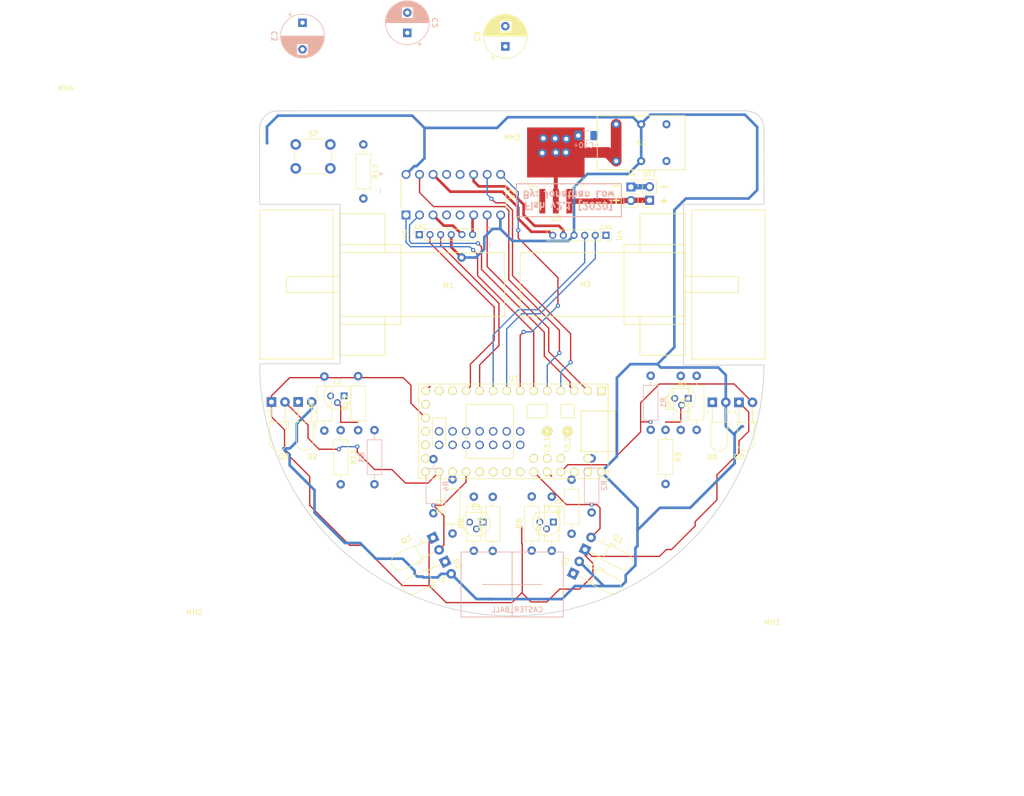
<source format=kicad_pcb>
(kicad_pcb (version 20171130) (host pcbnew "(5.0.2)-1")
  (layers (0 F.Cu signal) (31 B.Cu signal) (34 B.Paste user) (35 F.Paste user) (36 B.SilkS user) (37 F.SilkS user) (38 B.Mask user) (39 F.Mask user) (44 Edge.Cuts user))
  (net 0 "")
  (net 1 /vBatt)
  (net 2 /GND)
  (net 3 /3.3v)
  (net 4 /Reciever_0)
  (net 5 /Reciever_1)
  (net 6 /Reciever_2)
  (net 7 /Reciever_3)
  (net 8 /Emitter_0)
  (net 9 /Emitter_1)
  (net 10 /Emitter_3)
  (net 11 "Net-(U1-Pad18)")
  (net 12 "Net-(U1-Pad19)")
  (net 13 "Net-(U1-Pad15)")
  (net 14 /Emitter_2)
  (net 15 /M2_speed)
  (net 16 /M1_speed)
  (net 17 "Net-(U1-Pad31)")
  (net 18 "Net-(U1-Pad32)")
  (net 19 /5v)
  (net 20 "Net-(U1-Pad35)")
  (net 21 "Net-(U1-Pad36)")
  (net 22 "Net-(U1-Pad37)")
  (net 23 "Net-(U1-Pad38)")
  (net 24 "Net-(U1-Pad39)")
  (net 25 "Net-(U1-Pad40)")
  (net 26 "Net-(U1-Pad41)")
  (net 27 "Net-(U1-Pad42)")
  (net 28 "Net-(U1-Pad43)")
  (net 29 "Net-(U1-Pad44)")
  (net 30 "Net-(U1-Pad45)")
  (net 31 "Net-(U1-Pad46)")
  (net 32 "Net-(U1-Pad47)")
  (net 33 "Net-(U1-Pad48)")
  (net 34 "Net-(U1-Pad49)")
  (net 35 "Net-(U1-Pad50)")
  (net 36 "Net-(U1-Pad51)")
  (net 37 "Net-(U1-Pad52)")
  (net 38 /M1_forward)
  (net 39 /OUT1)
  (net 40 /OUT2)
  (net 41 /M1_backward)
  (net 42 /M2_forward)
  (net 43 /OUT3)
  (net 44 /OUT4)
  (net 45 /M2_backward)
  (net 46 /M2_encoder_B)
  (net 47 /M2_encoder_A)
  (net 48 /M1_encoder_A)
  (net 49 /M1_encoder_B)
  (net 50 /PUSH_SW)
  (net 51 "Net-(D0-Pad1)")
  (net 52 "Net-(D1-Pad1)")
  (net 53 "Net-(D2-Pad1)")
  (net 54 "Net-(D3-Pad1)")
  (net 55 "Net-(R5-Pad2)")
  (net 56 "Net-(R6-Pad2)")
  (net 57 "Net-(R7-Pad2)")
  (net 58 "Net-(R8-Pad2)")
  (net 59 "Net-(R13-Pad2)")
  (net 60 "Net-(R10-Pad1)")
  (net 61 "Net-(R11-Pad1)")
  (net 62 "Net-(R12-Pad1)")
  (net 63 "Net-(C10-Pad1)")
  (net 64 "Net-(U1-Pad25)")
  (net 65 "Net-(U1-Pad26)")
  (net 66 "Net-(U1-Pad13)")
  (net 67 "Net-(U1-Pad12)")
  (net 68 "Net-(U1-Pad20)")
  (net 69 /VUSB)
  (module Button_Switch_THT:SW_PUSH_6mm (layer F.Cu) (at 119.38 60.96)
    (fp_text reference S2 (at 3.25 -2) (layer F.SilkS))
    (fp_text value GPTS203211B)
    (pad 2 thru_hole circle (at 0 4.5 90) (size 2 2) (drill 1.1) (layers *.Cu *.Mask) (net 50 /PUSH_SW))
    (pad 1 thru_hole circle (at 0 0 90) (size 2 2) (drill 1.1) (layers *.Cu *.Mask) (net 2 /GND))
    (pad 2 thru_hole circle (at 6.5 4.5 90) (size 2 2) (drill 1.1) (layers *.Cu *.Mask) (net 50 /PUSH_SW))
    (pad 1 thru_hole circle (at 6.5 0 90) (size 2 2) (drill 1.1) (layers *.Cu *.Mask) (net 2 /GND))
  )
  (module Package_TO_SOT_SMD:TO-263-3_TabPin2 (layer F.Cu) (at 168.2369 65.84442 90)
    (fp_text reference U3 (at -9.01446 0.04572 180) (layer F.SilkS))
    (fp_text value LM1084-5.0)
    (pad 1 smd rect (at -5.775 -2.54 90) (size 4.6 1.1) (layers F.Cu F.Paste F.Mask) (net 2 /GND))
    (pad 2 smd rect (at -5.775 0 90) (size 4.6 1.1) (layers F.Cu F.Paste F.Mask) (net 63 "Net-(C10-Pad1)"))
    (pad 3 smd rect (at -5.775 2.54 90) (size 4.6 1.1) (layers F.Cu F.Paste F.Mask) (net 1 /vBatt))
    (pad 2 smd rect (at 3.375 0 90) (size 9.4 10.8) (layers F.Cu F.Mask) (net 63 "Net-(C10-Pad1)"))
  )
  (module Capacitor_THT:CP_Radial_D8.0mm_P3.80mm (layer B.Cu) (at 140.335 40.005 90)
    (fp_text reference C2 (at 1.9 5.25 90) (layer B.SilkS) (effects (justify mirror)))
    (fp_text value 0.1uF)
    (pad 2 thru_hole circle (at 3.8 0 90) (size 1.6 1.6) (drill 0.8) (layers *.Cu *.Mask) (net 2 /GND))
    (pad 1 thru_hole rect (at 0 0 90) (size 1.6 1.6) (drill 0.8) (layers *.Cu *.Mask) (net 19 /5v))
  )
  (module Capacitor_THT:CP_Radial_D8.0mm_P3.80mm (layer F.Cu) (at 158.75 42.545 90)
    (fp_text reference C9 (at 1.9 -5.25 90) (layer F.SilkS))
    (fp_text value 10uF)
    (pad 1 thru_hole rect (at 0 0 90) (size 1.6 1.6) (drill 0.8) (layers *.Cu *.Mask) (net 1 /vBatt))
    (pad 2 thru_hole circle (at 3.8 0 90) (size 1.6 1.6) (drill 0.8) (layers *.Cu *.Mask) (net 2 /GND))
  )
  (module Capacitor_THT:CP_Radial_D8.0mm_P5.00mm (layer B.Cu) (at 120.65 38.1 270)
    (fp_text reference C3 (at 2.5 5.25 270) (layer B.SilkS) (effects (justify mirror)))
    (fp_text value 1.0uF)
    (pad 1 thru_hole rect (at 0 0 270) (size 1.6 1.6) (drill 0.8) (layers *.Cu *.Mask) (net 19 /5v))
    (pad 2 thru_hole circle (at 5 0 270) (size 1.6 1.6) (drill 0.8) (layers *.Cu *.Mask) (net 2 /GND))
  )
  (module MountingHole:MountingHole_3.2mm_M3 (layer F.Cu) (at 76.2 54.61)
    (fp_text reference MH4 (at 0 -4.2) (layer F.SilkS))
    (fp_text value M3)
    (pad 1 np_thru_hole circle (at 0 0) (size 3.2 3.2) (drill 3.2) (layers *.Cu *.Mask))
  )
  (module Resistor_THT:R_Axial_DIN0207_L6.3mm_D2.5mm_P10.16mm_Horizontal (layer F.Cu) (at 127.82042 114.64798 270)
    (fp_text reference R11 (at 5.08 -2.37 270) (layer F.SilkS))
    (fp_text value 1k)
    (pad 1 thru_hole circle (at 0 0 270) (size 1.6 1.6) (drill 0.8) (layers *.Cu *.Mask) (net 61 "Net-(R11-Pad1)"))
    (pad 2 thru_hole oval (at 10.16 0 270) (size 1.6 1.6) (drill 0.8) (layers *.Cu *.Mask) (net 14 /Emitter_2))
  )
  (module Resistor_THT:R_Axial_DIN0207_L6.3mm_D2.5mm_P10.16mm_Horizontal (layer B.Cu) (at 145.2372 130.23596 90)
    (fp_text reference R4 (at 5.08 2.37 90) (layer B.SilkS) (effects (justify mirror)))
    (fp_text value R)
    (pad 2 thru_hole oval (at 10.16 0 90) (size 1.6 1.6) (drill 0.8) (layers *.Cu *.Mask) (net 7 /Reciever_3))
    (pad 1 thru_hole circle (at 0 0 90) (size 1.6 1.6) (drill 0.8) (layers *.Cu *.Mask) (net 2 /GND))
  )
  (module Resistor_THT:R_Axial_DIN0207_L6.3mm_D2.5mm_P10.16mm_Horizontal (layer B.Cu) (at 186.05754 114.56924 90)
    (fp_text reference R1 (at 5.08 2.37 90) (layer B.SilkS) (effects (justify mirror)))
    (fp_text value R)
    (pad 1 thru_hole circle (at 0 0 90) (size 1.6 1.6) (drill 0.8) (layers *.Cu *.Mask) (net 2 /GND))
    (pad 2 thru_hole oval (at 10.16 0 90) (size 1.6 1.6) (drill 0.8) (layers *.Cu *.Mask) (net 4 /Reciever_0))
  )
  (module Resistor_THT:R_Axial_DIN0207_L6.3mm_D2.5mm_P10.16mm_Horizontal (layer B.Cu) (at 134.17042 114.6302 270)
    (fp_text reference R3 (at 5.08 2.37 270) (layer B.SilkS) (effects (justify mirror)))
    (fp_text value R)
    (pad 2 thru_hole oval (at 10.16 0 270) (size 1.6 1.6) (drill 0.8) (layers *.Cu *.Mask) (net 6 /Reciever_2))
    (pad 1 thru_hole circle (at 0 0 270) (size 1.6 1.6) (drill 0.8) (layers *.Cu *.Mask) (net 2 /GND))
  )
  (module Resistor_THT:R_Axial_DIN0207_L6.3mm_D2.5mm_P10.16mm_Horizontal (layer F.Cu) (at 132.08 60.96 270)
    (fp_text reference R17 (at 5.08 -2.37 270) (layer F.SilkS))
    (fp_text value R_PULL_UP)
    (pad 1 thru_hole circle (at 0 0 270) (size 1.6 1.6) (drill 0.8) (layers *.Cu *.Mask) (net 50 /PUSH_SW))
    (pad 2 thru_hole oval (at 10.16 0 270) (size 1.6 1.6) (drill 0.8) (layers *.Cu *.Mask) (net 3 /3.3v))
  )
  (module Resistor_THT:R_Axial_DIN0207_L6.3mm_D2.5mm_P10.16mm_Horizontal (layer F.Cu) (at 156.39034 137.3251 90)
    (fp_text reference R16 (at 5.08 -2.37 90) (layer F.SilkS))
    (fp_text value 47k)
    (pad 2 thru_hole oval (at 10.16 0 90) (size 1.6 1.6) (drill 0.8) (layers *.Cu *.Mask) (net 62 "Net-(R12-Pad1)"))
    (pad 1 thru_hole circle (at 0 0 90) (size 1.6 1.6) (drill 0.8) (layers *.Cu *.Mask) (net 2 /GND))
  )
  (module Resistor_THT:R_Axial_DIN0207_L6.3mm_D2.5mm_P10.16mm_Horizontal (layer B.Cu) (at 174.96028 130.10134 90)
    (fp_text reference R2 (at 5.08 2.37 90) (layer B.SilkS) (effects (justify mirror)))
    (fp_text value R)
    (pad 1 thru_hole circle (at 0 0 90) (size 1.6 1.6) (drill 0.8) (layers *.Cu *.Mask) (net 2 /GND))
    (pad 2 thru_hole oval (at 10.16 0 90) (size 1.6 1.6) (drill 0.8) (layers *.Cu *.Mask) (net 5 /Reciever_1))
  )
  (module Resistor_THT:R_Axial_DIN0207_L6.3mm_D2.5mm_P10.16mm_Horizontal (layer F.Cu) (at 131.09956 114.64544 90)
    (fp_text reference R15 (at 5.08 -2.37 90) (layer F.SilkS))
    (fp_text value 47k)
    (pad 2 thru_hole oval (at 10.16 0 90) (size 1.6 1.6) (drill 0.8) (layers *.Cu *.Mask) (net 61 "Net-(R11-Pad1)"))
    (pad 1 thru_hole circle (at 0 0 90) (size 1.6 1.6) (drill 0.8) (layers *.Cu *.Mask) (net 2 /GND))
  )
  (module Resistor_THT:R_Axial_DIN0207_L6.3mm_D2.5mm_P10.16mm_Horizontal (layer F.Cu) (at 167.47744 137.29208 90)
    (fp_text reference R14 (at 5.08 -2.37 90) (layer F.SilkS))
    (fp_text value 47k)
    (pad 1 thru_hole circle (at 0 0 90) (size 1.6 1.6) (drill 0.8) (layers *.Cu *.Mask) (net 2 /GND))
    (pad 2 thru_hole oval (at 10.16 0 90) (size 1.6 1.6) (drill 0.8) (layers *.Cu *.Mask) (net 60 "Net-(R10-Pad1)"))
  )
  (module Resistor_THT:R_Axial_DIN0207_L6.3mm_D2.5mm_P10.16mm_Horizontal (layer F.Cu) (at 171.196 134.0866 90)
    (fp_text reference R10 (at 5.08 -2.37 90) (layer F.SilkS))
    (fp_text value 1k)
    (pad 2 thru_hole oval (at 10.16 0 90) (size 1.6 1.6) (drill 0.8) (layers *.Cu *.Mask) (net 9 /Emitter_1))
    (pad 1 thru_hole circle (at 0 0 90) (size 1.6 1.6) (drill 0.8) (layers *.Cu *.Mask) (net 60 "Net-(R10-Pad1)"))
  )
  (module Resistor_THT:R_Axial_DIN0207_L6.3mm_D2.5mm_P10.16mm_Horizontal (layer F.Cu) (at 188.84646 114.5794 270)
    (fp_text reference R9 (at 5.08 -2.37 270) (layer F.SilkS))
    (fp_text value 1k)
    (pad 1 thru_hole circle (at 0 0 270) (size 1.6 1.6) (drill 0.8) (layers *.Cu *.Mask) (net 59 "Net-(R13-Pad2)"))
    (pad 2 thru_hole oval (at 10.16 0 270) (size 1.6 1.6) (drill 0.8) (layers *.Cu *.Mask) (net 8 /Emitter_0))
  )
  (module Resistor_THT:R_Axial_DIN0207_L6.3mm_D2.5mm_P10.16mm_Horizontal (layer F.Cu) (at 152.83434 137.29208 90)
    (fp_text reference R8 (at 5.08 -2.37 90) (layer F.SilkS))
    (fp_text value 33)
    (pad 2 thru_hole oval (at 10.16 0 90) (size 1.6 1.6) (drill 0.8) (layers *.Cu *.Mask) (net 58 "Net-(R8-Pad2)"))
    (pad 1 thru_hole circle (at 0 0 90) (size 1.6 1.6) (drill 0.8) (layers *.Cu *.Mask) (net 54 "Net-(D3-Pad1)"))
  )
  (module Resistor_THT:R_Axial_DIN0207_L6.3mm_D2.5mm_P10.16mm_Horizontal (layer F.Cu) (at 124.75718 114.7191 90)
    (fp_text reference R7 (at 5.08 -2.37 90) (layer F.SilkS))
    (fp_text value 33)
    (pad 1 thru_hole circle (at 0 0 90) (size 1.6 1.6) (drill 0.8) (layers *.Cu *.Mask) (net 53 "Net-(D2-Pad1)"))
    (pad 2 thru_hole oval (at 10.16 0 90) (size 1.6 1.6) (drill 0.8) (layers *.Cu *.Mask) (net 57 "Net-(R7-Pad2)"))
  )
  (module Resistor_THT:R_Axial_DIN0207_L6.3mm_D2.5mm_P10.16mm_Horizontal (layer F.Cu) (at 163.71316 137.25652 90)
    (fp_text reference R6 (at 5.08 -2.37 90) (layer F.SilkS))
    (fp_text value 33)
    (pad 2 thru_hole oval (at 10.16 0 90) (size 1.6 1.6) (drill 0.8) (layers *.Cu *.Mask) (net 56 "Net-(R6-Pad2)"))
    (pad 1 thru_hole circle (at 0 0 90) (size 1.6 1.6) (drill 0.8) (layers *.Cu *.Mask) (net 52 "Net-(D1-Pad1)"))
  )
  (module Resistor_THT:R_Axial_DIN0207_L6.3mm_D2.5mm_P10.16mm_Horizontal (layer F.Cu) (at 194.68846 114.58448 90)
    (fp_text reference R5 (at 5.08 -2.37 90) (layer F.SilkS))
    (fp_text value 33)
    (pad 1 thru_hole circle (at 0 0 90) (size 1.6 1.6) (drill 0.8) (layers *.Cu *.Mask) (net 51 "Net-(D0-Pad1)"))
    (pad 2 thru_hole oval (at 10.16 0 90) (size 1.6 1.6) (drill 0.8) (layers *.Cu *.Mask) (net 55 "Net-(R5-Pad2)"))
  )
  (module Resistor_THT:R_Axial_DIN0207_L6.3mm_D2.5mm_P10.16mm_Horizontal (layer F.Cu) (at 191.69888 114.60226 90)
    (fp_text reference R13 (at 5.08 -2.37 90) (layer F.SilkS))
    (fp_text value 47k)
    (pad 2 thru_hole oval (at 10.16 0 90) (size 1.6 1.6) (drill 0.8) (layers *.Cu *.Mask) (net 59 "Net-(R13-Pad2)"))
    (pad 1 thru_hole circle (at 0 0 90) (size 1.6 1.6) (drill 0.8) (layers *.Cu *.Mask) (net 2 /GND))
  )
  (module Resistor_THT:R_Axial_DIN0207_L6.3mm_D2.5mm_P10.16mm_Horizontal (layer F.Cu) (at 148.8313 134.0485 90)
    (fp_text reference R12 (at 5.08 -2.37 90) (layer F.SilkS))
    (fp_text value 1k)
    (pad 1 thru_hole circle (at 0 0 90) (size 1.6 1.6) (drill 0.8) (layers *.Cu *.Mask) (net 62 "Net-(R12-Pad1)"))
    (pad 2 thru_hole oval (at 10.16 0 90) (size 1.6 1.6) (drill 0.8) (layers *.Cu *.Mask) (net 10 /Emitter_3))
  )
  (module LED_THT:LED_D3.0mm_Horizontal_O3.81mm_Z2.0mm (layer F.Cu) (at 114.820189 109.344845)
    (fp_text reference Q2 (at 2.324611 10.238355 180) (layer F.SilkS))
    (fp_text value Q_Photo_NPN)
    (pad 1 thru_hole rect (at 0 0) (size 1.8 1.8) (drill 0.9) (layers *.Cu *.Mask) (net 3 /3.3v))
    (pad 2 thru_hole circle (at 2.54 0) (size 1.8 1.8) (drill 0.9) (layers *.Cu *.Mask) (net 6 /Reciever_2))
  )
  (module LED_THT:LED_D3.0mm_Horizontal_O3.81mm_Z2.0mm (layer F.Cu) (at 197.6247 109.3978)
    (fp_text reference D0 (at -0.0127 10.3378 180) (layer F.SilkS))
    (fp_text value IRL81A)
    (pad 2 thru_hole circle (at 2.54 0) (size 1.8 1.8) (drill 0.9) (layers *.Cu *.Mask) (net 19 /5v))
    (pad 1 thru_hole rect (at 0 0) (size 1.8 1.8) (drill 0.9) (layers *.Cu *.Mask) (net 51 "Net-(D0-Pad1)"))
  )
  (module misc:Mouse_caster (layer B.Cu) (at 160.0327 143.6243)
    (fp_text reference M3 hide)
    (fp_text value CASTER_BALL (at 0.9525 4.7117) (layer B.SilkS) (effects (justify mirror)))
    (pad "" np_thru_hole circle (at 6.75 0) (size 2.1844 2.1844) (drill 2.1844) (layers *.Cu *.Mask))
    (pad "" np_thru_hole circle (at -6.75 0) (size 2.1844 2.1844) (drill 2.1844) (layers *.Cu *.Mask))
  )
  (module LED_THT:LED_D3.0mm_Horizontal_O3.81mm_Z2.0mm (layer F.Cu) (at 173.7233 137.0584 63.5)
    (fp_text reference Q1 (at 4.502036 4.674892 153.5) (layer F.SilkS))
    (fp_text value Q_Photo_NPN)
    (pad 2 thru_hole circle (at 2.54 0 63.5) (size 1.8 1.8) (drill 0.9) (layers *.Cu *.Mask) (net 5 /Reciever_1))
    (pad 1 thru_hole rect (at 0 0 63.5) (size 1.8 1.8) (drill 0.9) (layers *.Cu *.Mask) (net 3 /3.3v))
  )
  (module Connector_PinSocket_2.54mm:PinSocket_1x02_P2.54mm_Vertical (layer F.Cu) (at 185.84926 71.44512 180)
    (fp_text reference BT1 (at -0.04064 4.97586 180) (layer F.SilkS))
    (fp_text value Battery_Cell)
    (pad 1 thru_hole rect (at 0 0 180) (size 1.7 1.7) (drill 1) (layers *.Cu *.Mask) (net 1 /vBatt))
    (pad 2 thru_hole oval (at 0 2.54 180) (size 1.7 1.7) (drill 1) (layers *.Cu *.Mask) (net 2 /GND))
  )
  (module LED_THT:LED_D3.0mm_Horizontal_O3.81mm_Z2.0mm (layer F.Cu) (at 171.5008 141.5669 63.5)
    (fp_text reference D1 (at 1.479374 -2.355361 63.5) (layer F.SilkS))
    (fp_text value IRL81A)
    (pad 1 thru_hole rect (at 0 0 63.5) (size 1.8 1.8) (drill 0.9) (layers *.Cu *.Mask) (net 52 "Net-(D1-Pad1)"))
    (pad 2 thru_hole circle (at 2.54 0 63.5) (size 1.8 1.8) (drill 0.9) (layers *.Cu *.Mask) (net 19 /5v))
  )
  (module LED_THT:LED_D3.0mm_Horizontal_O3.81mm_Z2.0mm (layer F.Cu) (at 119.8372 109.3343)
    (fp_text reference D2 (at 2.6924 10.2489 180) (layer F.SilkS))
    (fp_text value IRL81A)
    (pad 2 thru_hole circle (at 2.54 0) (size 1.8 1.8) (drill 0.9) (layers *.Cu *.Mask) (net 19 /5v))
    (pad 1 thru_hole rect (at 0 0) (size 1.8 1.8) (drill 0.9) (layers *.Cu *.Mask) (net 53 "Net-(D2-Pad1)"))
  )
  (module LED_THT:LED_D3.0mm_Horizontal_O3.81mm_Z2.0mm (layer F.Cu) (at 147.447 139.3444 296.5)
    (fp_text reference D3 (at 1.372312 -1.89855 296.5) (layer F.SilkS))
    (fp_text value IRL81A)
    (pad 1 thru_hole rect (at 0 0 296.5) (size 1.8 1.8) (drill 0.9) (layers *.Cu *.Mask) (net 54 "Net-(D3-Pad1)"))
    (pad 2 thru_hole circle (at 2.54 0 296.5) (size 1.8 1.8) (drill 0.9) (layers *.Cu *.Mask) (net 19 /5v))
  )
  (module LED_THT:LED_D3.0mm_Horizontal_O3.81mm_Z2.0mm (layer F.Cu) (at 202.637877 109.413445)
    (fp_text reference Q0 (at 0.003323 10.220555 180) (layer F.SilkS))
    (fp_text value Q_Photo_NPN)
    (pad 1 thru_hole rect (at 0 0) (size 1.8 1.8) (drill 0.9) (layers *.Cu *.Mask) (net 3 /3.3v))
    (pad 2 thru_hole circle (at 2.54 0) (size 1.8 1.8) (drill 0.9) (layers *.Cu *.Mask) (net 4 /Reciever_0))
  )
  (module LED_THT:LED_D3.0mm_Horizontal_O3.81mm_Z2.0mm (layer F.Cu) (at 145.170658 134.848767 296.5)
    (fp_text reference Q3 (at -1.916645 4.635083 26.5) (layer F.SilkS))
    (fp_text value Q_Photo_NPN)
    (pad 2 thru_hole circle (at 2.54 0 296.5) (size 1.8 1.8) (drill 0.9) (layers *.Cu *.Mask) (net 7 /Reciever_3))
    (pad 1 thru_hole rect (at 0 0 296.5) (size 1.8 1.8) (drill 0.9) (layers *.Cu *.Mask) (net 3 /3.3v))
  )
  (module teensy:Teensy30_31_32_LC (layer F.Cu) (at 160.274 114.8588 180)
    (fp_text reference U1 (at -0.08128 9.97966 180) (layer F.SilkS))
    (fp_text value Teensy3.2)
    (fp_text user T3.2 (at -10.16 -2.54 270) (layer F.SilkS))
    (fp_text user T3.1 (at -6.35 -2.54 270) (layer F.SilkS))
    (pad 17 thru_hole circle (at 16.51 0 180) (size 1.6 1.6) (drill 1.1) (layers *.Cu *.Mask F.SilkS) (net 2 /GND))
    (pad 18 thru_hole circle (at 16.51 -2.54 180) (size 1.6 1.6) (drill 1.1) (layers *.Cu *.Mask F.SilkS) (net 11 "Net-(U1-Pad18)"))
    (pad 19 thru_hole circle (at 16.51 -5.08 180) (size 1.6 1.6) (drill 1.1) (layers *.Cu *.Mask F.SilkS) (net 12 "Net-(U1-Pad19)"))
    (pad 20 thru_hole circle (at 16.51 -7.62 180) (size 1.6 1.6) (drill 1.1) (layers *.Cu *.Mask F.SilkS) (net 68 "Net-(U1-Pad20)"))
    (pad 16 thru_hole circle (at 16.51 2.54 180) (size 1.6 1.6) (drill 1.1) (layers *.Cu *.Mask F.SilkS) (net 3 /3.3v))
    (pad 15 thru_hole circle (at 16.51 5.08 180) (size 1.6 1.6) (drill 1.1) (layers *.Cu *.Mask F.SilkS) (net 13 "Net-(U1-Pad15)"))
    (pad 14 thru_hole circle (at 16.51 7.62 180) (size 1.6 1.6) (drill 1.1) (layers *.Cu *.Mask F.SilkS) (net 50 /PUSH_SW))
    (pad 21 thru_hole circle (at 13.97 -7.62 180) (size 1.6 1.6) (drill 1.1) (layers *.Cu *.Mask F.SilkS) (net 6 /Reciever_2))
    (pad 22 thru_hole circle (at 11.43 -7.62 180) (size 1.6 1.6) (drill 1.1) (layers *.Cu *.Mask F.SilkS) (net 14 /Emitter_2))
    (pad 23 thru_hole circle (at 8.89 -7.62 180) (size 1.6 1.6) (drill 1.1) (layers *.Cu *.Mask F.SilkS) (net 7 /Reciever_3))
    (pad 24 thru_hole circle (at 6.35 -7.62 180) (size 1.6 1.6) (drill 1.1) (layers *.Cu *.Mask F.SilkS) (net 10 /Emitter_3))
    (pad 25 thru_hole circle (at 3.81 -7.62 180) (size 1.6 1.6) (drill 1.1) (layers *.Cu *.Mask F.SilkS) (net 64 "Net-(U1-Pad25)"))
    (pad 26 thru_hole circle (at 1.27 -7.62 180) (size 1.6 1.6) (drill 1.1) (layers *.Cu *.Mask F.SilkS) (net 65 "Net-(U1-Pad26)"))
    (pad 27 thru_hole circle (at -1.27 -7.62 180) (size 1.6 1.6) (drill 1.1) (layers *.Cu *.Mask F.SilkS) (net 9 /Emitter_1))
    (pad 28 thru_hole circle (at -3.81 -7.62 180) (size 1.6 1.6) (drill 1.1) (layers *.Cu *.Mask F.SilkS) (net 5 /Reciever_1))
    (pad 29 thru_hole circle (at -6.35 -7.62 180) (size 1.6 1.6) (drill 1.1) (layers *.Cu *.Mask F.SilkS) (net 8 /Emitter_0))
    (pad 30 thru_hole circle (at -8.89 -7.62 180) (size 1.6 1.6) (drill 1.1) (layers *.Cu *.Mask F.SilkS) (net 4 /Reciever_0))
    (pad 31 thru_hole circle (at -11.43 -7.62 180) (size 1.6 1.6) (drill 1.1) (layers *.Cu *.Mask F.SilkS) (net 17 "Net-(U1-Pad31)"))
    (pad 32 thru_hole circle (at -13.97 -7.62 180) (size 1.6 1.6) (drill 1.1) (layers *.Cu *.Mask F.SilkS) (net 18 "Net-(U1-Pad32)"))
    (pad 33 thru_hole circle (at -16.51 -7.62 180) (size 1.6 1.6) (drill 1.1) (layers *.Cu *.Mask F.SilkS) (net 19 /5v))
    (pad 34 thru_hole circle (at -13.97 -5.08 180) (size 1.6 1.6) (drill 1.1) (layers *.Cu *.Mask F.SilkS) (net 69 /VUSB))
    (pad 35 thru_hole circle (at -8.89 -5.08 180) (size 1.6 1.6) (drill 1.1) (layers *.Cu *.Mask F.SilkS) (net 20 "Net-(U1-Pad35)"))
    (pad 36 thru_hole circle (at -6.35 -5.08 180) (size 1.6 1.6) (drill 1.1) (layers *.Cu *.Mask F.SilkS) (net 21 "Net-(U1-Pad36)"))
    (pad 37 thru_hole circle (at -3.81 -5.08 180) (size 1.6 1.6) (drill 1.1) (layers *.Cu *.Mask F.SilkS) (net 22 "Net-(U1-Pad37)"))
    (pad 13 thru_hole circle (at 13.97 7.62 180) (size 1.6 1.6) (drill 1.1) (layers *.Cu *.Mask F.SilkS) (net 66 "Net-(U1-Pad13)"))
    (pad 12 thru_hole circle (at 11.43 7.62 180) (size 1.6 1.6) (drill 1.1) (layers *.Cu *.Mask F.SilkS) (net 67 "Net-(U1-Pad12)"))
    (pad 11 thru_hole circle (at 8.89 7.62 180) (size 1.6 1.6) (drill 1.1) (layers *.Cu *.Mask F.SilkS) (net 49 /M1_encoder_B))
    (pad 10 thru_hole circle (at 6.35 7.62 180) (size 1.6 1.6) (drill 1.1) (layers *.Cu *.Mask F.SilkS) (net 48 /M1_encoder_A))
    (pad 9 thru_hole circle (at 3.81 7.62 180) (size 1.6 1.6) (drill 1.1) (layers *.Cu *.Mask F.SilkS) (net 47 /M2_encoder_A))
    (pad 8 thru_hole circle (at 1.27 7.62 180) (size 1.6 1.6) (drill 1.1) (layers *.Cu *.Mask F.SilkS) (net 46 /M2_encoder_B))
    (pad 7 thru_hole circle (at -1.27 7.62 180) (size 1.6 1.6) (drill 1.1) (layers *.Cu *.Mask F.SilkS) (net 15 /M2_speed))
    (pad 6 thru_hole circle (at -3.81 7.62 180) (size 1.6 1.6) (drill 1.1) (layers *.Cu *.Mask F.SilkS) (net 16 /M1_speed))
    (pad 5 thru_hole circle (at -6.35 7.62 180) (size 1.6 1.6) (drill 1.1) (layers *.Cu *.Mask F.SilkS) (net 45 /M2_backward))
    (pad 4 thru_hole circle (at -8.89 7.62 180) (size 1.6 1.6) (drill 1.1) (layers *.Cu *.Mask F.SilkS) (net 42 /M2_forward))
    (pad 3 thru_hole circle (at -11.43 7.62 180) (size 1.6 1.6) (drill 1.1) (layers *.Cu *.Mask F.SilkS) (net 38 /M1_forward))
    (pad 2 thru_hole circle (at -13.97 7.62 180) (size 1.6 1.6) (drill 1.1) (layers *.Cu *.Mask F.SilkS) (net 41 /M1_backward))
    (pad 1 thru_hole rect (at -16.51 7.62 180) (size 1.6 1.6) (drill 1.1) (layers *.Cu *.Mask F.SilkS) (net 2 /GND))
    (pad 38 thru_hole circle (at -1.27 0 180) (size 1.6 1.6) (drill 1.1) (layers *.Cu *.Mask) (net 23 "Net-(U1-Pad38)"))
    (pad 39 thru_hole circle (at 1.27 0 180) (size 1.6 1.6) (drill 1.1) (layers *.Cu *.Mask) (net 24 "Net-(U1-Pad39)"))
    (pad 40 thru_hole circle (at 3.81 0 180) (size 1.6 1.6) (drill 1.1) (layers *.Cu *.Mask) (net 25 "Net-(U1-Pad40)"))
    (pad 41 thru_hole circle (at 6.35 0 180) (size 1.6 1.6) (drill 1.1) (layers *.Cu *.Mask) (net 26 "Net-(U1-Pad41)"))
    (pad 42 thru_hole circle (at 8.89 0 180) (size 1.6 1.6) (drill 1.1) (layers *.Cu *.Mask) (net 27 "Net-(U1-Pad42)"))
    (pad 43 thru_hole circle (at 11.43 0 180) (size 1.6 1.6) (drill 1.1) (layers *.Cu *.Mask) (net 28 "Net-(U1-Pad43)"))
    (pad 44 thru_hole circle (at 13.97 0 180) (size 1.6 1.6) (drill 1.1) (layers *.Cu *.Mask) (net 29 "Net-(U1-Pad44)"))
    (pad 45 thru_hole circle (at 13.97 -2.54 180) (size 1.6 1.6) (drill 1.1) (layers *.Cu *.Mask) (net 30 "Net-(U1-Pad45)"))
    (pad 46 thru_hole circle (at 11.43 -2.54 180) (size 1.6 1.6) (drill 1.1) (layers *.Cu *.Mask) (net 31 "Net-(U1-Pad46)"))
    (pad 47 thru_hole circle (at 8.89 -2.54 180) (size 1.6 1.6) (drill 1.1) (layers *.Cu *.Mask) (net 32 "Net-(U1-Pad47)"))
    (pad 48 thru_hole circle (at 6.35 -2.54 180) (size 1.6 1.6) (drill 1.1) (layers *.Cu *.Mask) (net 33 "Net-(U1-Pad48)"))
    (pad 49 thru_hole circle (at 3.81 -2.54 180) (size 1.6 1.6) (drill 1.1) (layers *.Cu *.Mask) (net 34 "Net-(U1-Pad49)"))
    (pad 50 thru_hole circle (at 1.27 -2.54 180) (size 1.6 1.6) (drill 1.1) (layers *.Cu *.Mask) (net 35 "Net-(U1-Pad50)"))
    (pad 51 thru_hole circle (at -1.27 -2.54 180) (size 1.6 1.6) (drill 1.1) (layers *.Cu *.Mask) (net 36 "Net-(U1-Pad51)"))
    (pad 52 thru_hole circle (at -6.35 0 180) (size 1.9 1.9) (drill 0.5) (layers *.Cu *.Mask F.SilkS) (net 37 "Net-(U1-Pad52)"))
    (pad 52 thru_hole circle (at -10.16 0 180) (size 1.9 1.9) (drill 0.5) (layers *.Cu *.Mask F.SilkS) (net 37 "Net-(U1-Pad52)"))
  )
  (module SN754410NE.kicad_mod:DIP254P762X508-16 (layer F.Cu) (at 157.87878 66.59372 90)
    (fp_text reference U2 (at -3.74396 2.10566 90) (layer F.SilkS))
    (fp_text value SN754410NE hide)
    (pad 1 thru_hole rect (at -7.62 -17.78 90) (size 1.6764 1.6764) (drill 1.1176) (layers *.Cu *.Mask) (net 16 /M1_speed))
    (pad 2 thru_hole circle (at -7.62 -15.24 90) (size 1.6764 1.6764) (drill 1.1176) (layers *.Cu *.Mask) (net 38 /M1_forward))
    (pad 3 thru_hole circle (at -7.62 -12.7 90) (size 1.6764 1.6764) (drill 1.1176) (layers *.Cu *.Mask) (net 39 /OUT1))
    (pad 4 thru_hole circle (at -7.62 -10.16 90) (size 1.6764 1.6764) (drill 1.1176) (layers *.Cu *.Mask) (net 2 /GND))
    (pad 5 thru_hole circle (at -7.62 -7.62 90) (size 1.6764 1.6764) (drill 1.1176) (layers *.Cu *.Mask) (net 2 /GND))
    (pad 6 thru_hole circle (at -7.62 -5.08 90) (size 1.6764 1.6764) (drill 1.1176) (layers *.Cu *.Mask) (net 40 /OUT2))
    (pad 7 thru_hole circle (at -7.62 -2.54 90) (size 1.6764 1.6764) (drill 1.1176) (layers *.Cu *.Mask) (net 41 /M1_backward))
    (pad 8 thru_hole circle (at -7.62 0 90) (size 1.6764 1.6764) (drill 1.1176) (layers *.Cu *.Mask) (net 19 /5v))
    (pad 9 thru_hole circle (at 0 0 90) (size 1.6764 1.6764) (drill 1.1176) (layers *.Cu *.Mask) (net 15 /M2_speed))
    (pad 10 thru_hole circle (at 0 -2.54 90) (size 1.6764 1.6764) (drill 1.1176) (layers *.Cu *.Mask) (net 42 /M2_forward))
    (pad 11 thru_hole circle (at 0 -5.08 90) (size 1.6764 1.6764) (drill 1.1176) (layers *.Cu *.Mask) (net 43 /OUT3))
    (pad 12 thru_hole circle (at 0 -7.62 90) (size 1.6764 1.6764) (drill 1.1176) (layers *.Cu *.Mask) (net 2 /GND))
    (pad 13 thru_hole circle (at 0 -10.16 90) (size 1.6764 1.6764) (drill 1.1176) (layers *.Cu *.Mask) (net 2 /GND))
    (pad 14 thru_hole circle (at 0 -12.7 90) (size 1.6764 1.6764) (drill 1.1176) (layers *.Cu *.Mask) (net 44 /OUT4))
    (pad 15 thru_hole circle (at 0 -15.24 90) (size 1.6764 1.6764) (drill 1.1176) (layers *.Cu *.Mask) (net 45 /M2_backward))
    (pad 16 thru_hole circle (at 0 -17.78 90) (size 1.6764 1.6764) (drill 1.1176) (layers *.Cu *.Mask) (net 19 /5v))
  )
  (module misc:Motor_mouse (layer F.Cu) (at 158.623 87.2744)
    (fp_text reference M1 (at -10.5537 0.18796) (layer F.SilkS))
    (fp_text value Motor_DC)
    (pad "" np_thru_hole circle (at -26.75 9) (size 2.1844 2.1844) (drill 2.1844) (layers *.Cu *.Mask))
    (pad "" np_thru_hole circle (at -26.75 -9) (size 2.1844 2.1844) (drill 2.1844) (layers *.Cu *.Mask))
  )
  (module misc:Motor_mouse (layer F.Cu) (at 161.544 87.2744 180)
    (fp_text reference M2 (at -12.2809 0.04064 180) (layer F.SilkS))
    (fp_text value Motor_DC)
    (pad "" np_thru_hole circle (at -26.75 9 180) (size 2.1844 2.1844) (drill 2.1844) (layers *.Cu *.Mask))
    (pad "" np_thru_hole circle (at -26.75 -9 180) (size 2.1844 2.1844) (drill 2.1844) (layers *.Cu *.Mask))
  )
  (module "misc:TN0104(TO-92)" (layer F.Cu) (at 193.11366 108.66628 180)
    (fp_text reference T0 (at 1.23952 2.68224 180) (layer F.SilkS))
    (fp_text value Q_NMOS_DGS)
    (pad 3 thru_hole rect (at 0 0 270) (size 1.3 1.3) (drill 0.75) (layers *.Cu *.Mask) (net 2 /GND))
    (pad 1 thru_hole circle (at 2.54 0 270) (size 1.3 1.3) (drill 0.75) (layers *.Cu *.Mask) (net 55 "Net-(R5-Pad2)"))
    (pad 2 thru_hole circle (at 1.27 -1.27 270) (size 1.3 1.3) (drill 0.75) (layers *.Cu *.Mask) (net 59 "Net-(R13-Pad2)"))
  )
  (module "misc:TN0104(TO-92)" (layer F.Cu) (at 167.77462 131.89712 180)
    (fp_text reference T1 (at 1.1938 2.68224 180) (layer F.SilkS))
    (fp_text value Q_NMOS_DGS)
    (pad 2 thru_hole circle (at 1.27 -1.27 270) (size 1.3 1.3) (drill 0.75) (layers *.Cu *.Mask) (net 60 "Net-(R10-Pad1)"))
    (pad 1 thru_hole circle (at 2.54 0 270) (size 1.3 1.3) (drill 0.75) (layers *.Cu *.Mask) (net 56 "Net-(R6-Pad2)"))
    (pad 3 thru_hole rect (at 0 0 270) (size 1.3 1.3) (drill 0.75) (layers *.Cu *.Mask) (net 2 /GND))
  )
  (module "misc:TN0104(TO-92)" (layer F.Cu) (at 128.47574 108.19638 180)
    (fp_text reference T2 (at 1.37414 2.65684 180) (layer F.SilkS))
    (fp_text value Q_NMOS_DGS)
    (pad 2 thru_hole circle (at 1.27 -1.27 270) (size 1.3 1.3) (drill 0.75) (layers *.Cu *.Mask) (net 61 "Net-(R11-Pad1)"))
    (pad 1 thru_hole circle (at 2.54 0 270) (size 1.3 1.3) (drill 0.75) (layers *.Cu *.Mask) (net 57 "Net-(R7-Pad2)"))
    (pad 3 thru_hole rect (at 0 0 270) (size 1.3 1.3) (drill 0.75) (layers *.Cu *.Mask) (net 2 /GND))
  )
  (module "misc:TN0104(TO-92)" (layer F.Cu) (at 154.5844 131.90982 180)
    (fp_text reference T3 (at 1.37922 2.78638 180) (layer F.SilkS))
    (fp_text value Q_NMOS_DGS)
    (pad 3 thru_hole rect (at 0 0 270) (size 1.3 1.3) (drill 0.75) (layers *.Cu *.Mask) (net 2 /GND))
    (pad 1 thru_hole circle (at 2.54 0 270) (size 1.3 1.3) (drill 0.75) (layers *.Cu *.Mask) (net 58 "Net-(R8-Pad2)"))
    (pad 2 thru_hole circle (at 1.27 -1.27 270) (size 1.3 1.3) (drill 0.75) (layers *.Cu *.Mask) (net 62 "Net-(R12-Pad1)"))
  )
  (module Connector_PinSocket_2.54mm:PinSocket_1x02_P2.54mm_Vertical (layer F.Cu) (at 182.34406 68.95592)
    (fp_text reference J4 (at 0.01524 -2.5019 180) (layer F.SilkS))
    (fp_text value I2C_Conn)
    (pad 1 thru_hole rect (at 0 0) (size 1.7 1.7) (drill 1) (layers *.Cu *.Mask) (net 2 /GND))
    (pad 2 thru_hole oval (at 0 2.54) (size 1.7 1.7) (drill 1) (layers *.Cu *.Mask) (net 1 /vBatt))
  )
  (module Connector_PinSocket_2.00mm:PinSocket_1x06_P2.00mm_Vertical (layer F.Cu) (at 177.65524 78.03896 270)
    (fp_text reference U4 (at 0 -2.5 270) (layer F.SilkS))
    (fp_text value Encoder_3081)
    (pad 6 thru_hole oval (at 0 10 270) (size 1.35 1.35) (drill 0.8) (layers *.Cu *.Mask) (net 44 /OUT4))
    (pad 5 thru_hole oval (at 0 8 270) (size 1.35 1.35) (drill 0.8) (layers *.Cu *.Mask) (net 43 /OUT3))
    (pad 4 thru_hole oval (at 0 6 270) (size 1.35 1.35) (drill 0.8) (layers *.Cu *.Mask) (net 19 /5v))
    (pad 3 thru_hole oval (at 0 4 270) (size 1.35 1.35) (drill 0.8) (layers *.Cu *.Mask) (net 47 /M2_encoder_A))
    (pad 2 thru_hole oval (at 0 2 270) (size 1.35 1.35) (drill 0.8) (layers *.Cu *.Mask) (net 46 /M2_encoder_B))
    (pad 1 thru_hole rect (at 0 0 270) (size 1.35 1.35) (drill 0.8) (layers *.Cu *.Mask) (net 2 /GND))
  )
  (module Connector_PinSocket_2.00mm:PinSocket_1x06_P2.00mm_Vertical (layer F.Cu) (at 142.5956 77.9018 90)
    (fp_text reference U5 (at 0 -2.5 90) (layer F.SilkS))
    (fp_text value Encoder_3081)
    (pad 1 thru_hole rect (at 0 0 90) (size 1.35 1.35) (drill 0.8) (layers *.Cu *.Mask) (net 2 /GND))
    (pad 2 thru_hole oval (at 0 2 90) (size 1.35 1.35) (drill 0.8) (layers *.Cu *.Mask) (net 49 /M1_encoder_B))
    (pad 3 thru_hole oval (at 0 4 90) (size 1.35 1.35) (drill 0.8) (layers *.Cu *.Mask) (net 48 /M1_encoder_A))
    (pad 4 thru_hole oval (at 0 6 90) (size 1.35 1.35) (drill 0.8) (layers *.Cu *.Mask) (net 19 /5v))
    (pad 5 thru_hole oval (at 0 8 90) (size 1.35 1.35) (drill 0.8) (layers *.Cu *.Mask) (net 39 /OUT1))
    (pad 6 thru_hole oval (at 0 10 90) (size 1.35 1.35) (drill 0.8) (layers *.Cu *.Mask) (net 40 /OUT2))
  )
  (module Capacitor_SMD:C_1206_3216Metric_Pad1.42x1.75mm_HandSolder (layer B.Cu) (at 173.9392 59.30138)
    (fp_text reference C10 (at 0 1.82) (layer B.SilkS) (effects (justify mirror)))
    (fp_text value "10uF(Tantalum)")
    (pad 1 smd roundrect (at -1.4875 0) (size 1.425 1.75) (layers B.Cu B.Paste B.Mask) (roundrect_rratio 0.175439) (net 63 "Net-(C10-Pad1)"))
    (pad 2 smd roundrect (at 1.4875 0) (size 1.425 1.75) (layers B.Cu B.Paste B.Mask) (roundrect_rratio 0.175439) (net 2 /GND))
  )
  (module MountingHole:MountingHole_3.2mm_M3 (layer F.Cu) (at 208.915 154.94)
    (fp_text reference MH1 (at 0 -4.2) (layer F.SilkS))
    (fp_text value M3)
    (pad 1 np_thru_hole circle (at 0 0) (size 3.2 3.2) (drill 3.2) (layers *.Cu *.Mask))
  )
  (module MountingHole:MountingHole_3.2mm_M3 (layer F.Cu) (at 100.33 153.035)
    (fp_text reference MH2 (at 0 -4.2) (layer F.SilkS))
    (fp_text value M3)
    (pad 1 np_thru_hole circle (at 0 0) (size 3.2 3.2) (drill 3.2) (layers *.Cu *.Mask))
  )
  (module MountingHole:MountingHole_3.2mm_M3 (layer F.Cu) (at 159.5501 62.0649)
    (fp_text reference MH3 (at 0.46736 -2.43332) (layer F.SilkS))
    (fp_text value M3)
    (pad 1 np_thru_hole circle (at 0 0) (size 3.2 3.2) (drill 3.2) (layers *.Cu *.Mask))
  )
  (module misc:PW_SLIDE_SW (layer F.Cu) (at 184.27192 60.6298 180)
    (fp_text reference S1 (at 0 -0.06604 180) (layer F.SilkS))
    (fp_text value EG1218)
    (pad 2 thru_hole circle (at 0 3.455 180) (size 1.524 1.524) (drill 0.762) (layers *.Cu *.Mask) (net 19 /5v))
    (pad 1 thru_hole circle (at 4.7 3.455 180) (size 1.524 1.524) (drill 0.762) (layers *.Cu *.Mask) (net 63 "Net-(C10-Pad1)"))
    (pad 3 thru_hole circle (at -4.75 3.455 180) (size 1.524 1.524) (drill 0.762) (layers *.Cu *.Mask) (net 69 /VUSB))
    (pad 1 thru_hole circle (at 4.7 -3.455 180) (size 1.524 1.524) (drill 0.762) (layers *.Cu *.Mask) (net 63 "Net-(C10-Pad1)"))
    (pad 2 thru_hole circle (at 0 -3.455 180) (size 1.524 1.524) (drill 0.762) (layers *.Cu *.Mask) (net 19 /5v))
    (pad 3 thru_hole circle (at -4.75 -3.455 180) (size 1.524 1.524) (drill 0.762) (layers *.Cu *.Mask) (net 69 /VUSB))
  )
  (gr_line (start 160.84296 74.53376) (end 160.83788 68.4022) (layer B.SilkS) (width 0.2))
  (gr_line (start 180.5432 74.53376) (end 160.84296 74.53376) (layer B.SilkS) (width 0.2))
  (gr_line (start 180.5432 68.3387) (end 180.5432 74.53376) (layer B.SilkS) (width 0.2))
  (gr_line (start 160.82264 68.3514) (end 180.5432 68.3387) (layer B.SilkS) (width 0.2))
  (gr_text - (at 188.5696 68.81114) (layer F.SilkS) (effects (font (size 1.5 1.5) (thickness 0.3))))
  (gr_text + (at 188.5188 71.48576) (layer F.SilkS) (effects (font (size 1.5 1.5) (thickness 0.3))))
  (gr_text - (at 179.53736 68.69938) (layer F.SilkS) (effects (font (size 1.5 1.5) (thickness 0.3))))
  (gr_text + (at 179.58308 71.35622) (layer F.SilkS) (effects (font (size 1.5 1.5) (thickness 0.3))))
  (gr_text + (at 172.03166 61.19368 180) (layer B.SilkS) (effects (font (size 1 1) (thickness 0.1))))
  (gr_text - (at 175.9331 61.14034 180) (layer B.SilkS) (effects (font (size 1 1) (thickness 0.1))))
  (gr_text + (at 155.62834 76.63434 90) (layer B.SilkS) (effects (font (size 1 1) (thickness 0.1))))
  (gr_text - (at 155.71724 79.8957 90) (layer B.SilkS) (effects (font (size 1 1) (thickness 0.1))))
  (gr_text - (at 135.37946 69.71792 270) (layer B.SilkS) (effects (font (size 1 1) (thickness 0.1))))
  (gr_text + (at 135.37946 66.4083) (layer B.SilkS) (effects (font (size 1 1) (thickness 0.1))))
  (gr_text - (at 177.23104 68.31076 90) (layer F.SilkS) (effects (font (size 1 1) (thickness 0.1))))
  (gr_text + (at 177.3809 71.7677) (layer F.SilkS) (effects (font (size 1 1) (thickness 0.1))))
  (gr_text GND (at 177.72888 76.51496) (layer F.SilkS) (effects (font (size 0.75 0.75) (thickness 0.1))))
  (gr_text GND (at 142.8115 76.36256) (layer F.SilkS) (effects (font (size 0.75 0.75) (thickness 0.1))))
  (gr_arc (start 115.958619 58.023759) (end 115.92052 54.65318) (angle -89.35237371) (layer Edge.Cuts) (width 0.15))
  (gr_arc (start 203.977241 58.018679) (end 207.34782 57.98058) (angle -89.35237371) (layer Edge.Cuts) (width 0.15))
  (gr_line (start 112.5982 72.2122) (end 112.58804 58.03646) (layer Edge.Cuts) (width 0.15))
  (gr_line (start 207.3402 72.2122) (end 207.35036 57.94502) (layer Edge.Cuts) (width 0.15))
  (gr_line (start 112.5982 72.2122) (end 127.7112 72.2122) (layer Edge.Cuts) (width 0.15))
  (gr_line (start 192.2272 72.2122) (end 207.3402 72.2122) (layer Edge.Cuts) (width 0.15))
  (gr_line (start 207.3402 102.4128) (end 192.2272 102.4128) (layer Edge.Cuts) (width 0.15))
  (gr_line (start 112.5982 102.1588) (end 127.7112 102.1588) (layer Edge.Cuts) (width 0.15))
  (gr_text - (at 196.7484 111.125) (layer F.SilkS) (effects (font (size 1 1) (thickness 0.1))))
  (gr_text + (at 123.0884 111.0742) (layer F.SilkS) (effects (font (size 1 1) (thickness 0.1))))
  (gr_text "Fish v2.1 [2020]\nBy: Jonathan Low" (at 170.65244 71.41972 180) (layer B.SilkS) (effects (font (size 1.3 1.3) (thickness 0.3)) (justify mirror)))
  (gr_arc (start 159.9692 102.1588) (end 112.5982 102.1588) (angle -179.6927874) (layer Edge.Cuts) (width 0.15))
  (gr_text - (at 119.2022 111.0488) (layer F.SilkS) (effects (font (size 1 1) (thickness 0.1))))
  (gr_text + (at 200.7362 111.1758) (layer F.SilkS) (effects (font (size 1 1) (thickness 0.1))))
  (gr_text - (at 205.8162 111.1758) (layer F.SilkS) (effects (font (size 1 1) (thickness 0.1))))
  (gr_text + (at 201.8792 111.1758) (layer F.SilkS) (effects (font (size 1 1) (thickness 0.1))))
  (gr_text + (at 147.1422 143.0274 296.5) (layer F.SilkS) (effects (font (size 1 1) (thickness 0.1))))
  (gr_text - (at 145.3388 139.6492 296.5) (layer F.SilkS) (effects (font (size 1 1) (thickness 0.1))))
  (gr_text + (at 175.133 139.8016 63.5) (layer F.SilkS) (effects (font (size 1 1) (thickness 0.1))))
  (gr_text - (at 173.4312 143.2814 63.5) (layer F.SilkS) (effects (font (size 1 1) (thickness 0.1))))
  (gr_text - (at 177.165 135.2804 63.5) (layer F.SilkS) (effects (font (size 1 1) (thickness 0.1))))
  (gr_text + (at 175.6156 138.7602 63.5) (layer F.SilkS) (effects (font (size 1 1) (thickness 0.1))))
  (gr_text - (at 144.8562 138.557 296.5) (layer F.SilkS) (effects (font (size 1 1) (thickness 0.1))))
  (gr_text + (at 142.9512 135.2804 296.5) (layer F.SilkS) (effects (font (size 1 1) (thickness 0.1))))
  (gr_text - (at 117.9322 111.0488) (layer F.SilkS) (effects (font (size 1 1) (thickness 0.1))))
  (gr_text + (at 114.1222 111.0488) (layer F.SilkS) (effects (font (size 1 1) (thickness 0.1))))
  (gr_line (start 192.2272 72.2122) (end 192.2272 102.4128) (layer Edge.Cuts) (width 0.15))
  (gr_line (start 115.8875 54.65318) (end 204.0128 54.64556) (layer Edge.Cuts) (width 0.15))
  (gr_line (start 127.7366 102.1588) (end 127.7112 72.2122) (layer Edge.Cuts) (width 0.15))
  (segment (start 185.79846 71.49592) (end 185.84926 71.44512) (width 1) (layer F.Cu) (net 1))
  (segment (start 182.39486 71.44512) (end 182.34406 71.49592) (width 1) (layer F.Cu) (net 1))
  (segment (start 185.84926 71.44512) (end 182.39486 71.44512) (width 1) (layer F.Cu) (net 1))
  (segment (start 182.34406 71.49592) (end 180.96992 71.49592) (width 1) (layer F.Cu) (net 1))
  (segment (start 176.47884 71.5407) (end 176.51788 71.57974) (width 1) (layer F.Cu) (net 1))
  (segment (start 175.50384 71.5407) (end 176.47884 71.5407) (width 1) (layer F.Cu) (net 1))
  (segment (start 176.51788 71.57974) (end 177.57394 71.57974) (width 1) (layer F.Cu) (net 1))
  (segment (start 180.84642 71.61942) (end 170.7769 71.61942) (width 1) (layer F.Cu) (net 1))
  (segment (start 180.96992 71.49592) (end 180.84642 71.61942) (width 1) (layer F.Cu) (net 1))
  (segment (start 168.0829 131.58884) (end 167.77462 131.89712) (width 0.5) (layer B.Cu) (net 2))
  (segment (start 167.77462 131.89712) (end 167.77462 132.02158) (width 0.5) (layer B.Cu) (net 2))
  (segment (start 182.39486 68.90512) (end 182.34406 68.95592) (width 1) (layer B.Cu) (net 2))
  (segment (start 185.84926 68.90512) (end 182.39486 68.90512) (width 1) (layer B.Cu) (net 2))
  (segment (start 141.01572 109.57052) (end 141.01572 106.19994) (width 0.25) (layer F.Cu) (net 3))
  (segment (start 143.764 112.3188) (end 141.01572 109.57052) (width 0.25) (layer F.Cu) (net 3))
  (segment (start 141.01572 106.19994) (end 139.58824 104.77246) (width 0.25) (layer F.Cu) (net 3))
  (segment (start 118.242574 104.77246) (end 114.820189 108.194845) (width 0.25) (layer F.Cu) (net 3))
  (segment (start 114.820189 108.194845) (end 114.820189 109.344845) (width 0.25) (layer F.Cu) (net 3))
  (segment (start 139.58824 104.77246) (end 118.242574 104.77246) (width 0.25) (layer F.Cu) (net 3))
  (segment (start 194.40652 131.82854) (end 194.40652 132.62356) (width 0.25) (layer F.Cu) (net 3))
  (segment (start 198.49846 127.7366) (end 194.40652 131.82854) (width 0.25) (layer F.Cu) (net 3))
  (segment (start 194.40652 132.62356) (end 189.97168 137.0584) (width 0.25) (layer F.Cu) (net 3))
  (segment (start 198.49846 123.03506) (end 198.49846 127.7366) (width 0.25) (layer F.Cu) (net 3))
  (segment (start 202.637877 118.895643) (end 198.49846 123.03506) (width 0.25) (layer F.Cu) (net 3))
  (segment (start 173.7233 138.16406) (end 175.20158 139.64234) (width 0.25) (layer F.Cu) (net 3))
  (segment (start 173.7233 137.0584) (end 173.7233 138.16406) (width 0.25) (layer F.Cu) (net 3))
  (segment (start 144.428874 135.590551) (end 145.170658 134.848767) (width 0.25) (layer F.Cu) (net 3))
  (segment (start 144.428874 143.831974) (end 144.428874 135.590551) (width 0.25) (layer F.Cu) (net 3))
  (segment (start 147.61972 147.02282) (end 144.428874 143.831974) (width 0.25) (layer F.Cu) (net 3))
  (segment (start 144.428874 143.831974) (end 139.409834 143.831974) (width 0.25) (layer F.Cu) (net 3))
  (segment (start 139.409834 143.831974) (end 131.8387 136.26084) (width 0.25) (layer F.Cu) (net 3))
  (segment (start 129.505318 136.26084) (end 122.00128 128.756802) (width 0.25) (layer F.Cu) (net 3))
  (segment (start 131.8387 136.26084) (end 129.505318 136.26084) (width 0.25) (layer F.Cu) (net 3))
  (segment (start 122.00128 128.756802) (end 122.00128 123.32208) (width 0.25) (layer F.Cu) (net 3))
  (segment (start 122.00128 123.32208) (end 117.27434 118.59514) (width 0.25) (layer F.Cu) (net 3))
  (segment (start 117.27434 118.59514) (end 117.27434 114.57178) (width 0.25) (layer F.Cu) (net 3))
  (segment (start 114.820189 112.117629) (end 114.820189 109.344845) (width 0.25) (layer F.Cu) (net 3))
  (segment (start 117.27434 114.57178) (end 114.820189 112.117629) (width 0.25) (layer F.Cu) (net 3))
  (segment (start 161.8234 132.8563) (end 161.8234 133.6688) (width 0.25) (layer F.Cu) (net 3))
  (segment (start 161.76244 132.91726) (end 161.8234 132.8563) (width 0.25) (layer F.Cu) (net 3))
  (segment (start 161.8234 135.86336) (end 161.8234 132.8563) (width 0.25) (layer F.Cu) (net 3))
  (segment (start 161.925 135.96496) (end 161.8234 135.86336) (width 0.25) (layer F.Cu) (net 3))
  (segment (start 189.97168 137.0584) (end 188.99632 137.0584) (width 0.25) (layer F.Cu) (net 3))
  (segment (start 188.99632 137.0584) (end 187.70854 138.34618) (width 0.25) (layer F.Cu) (net 3))
  (segment (start 175.01108 138.34618) (end 173.7233 137.0584) (width 0.25) (layer F.Cu) (net 3))
  (segment (start 187.70854 138.34618) (end 175.01108 138.34618) (width 0.25) (layer F.Cu) (net 3))
  (segment (start 202.637877 109.413445) (end 202.649225 109.413445) (width 0.25) (layer F.Cu) (net 3))
  (segment (start 202.649225 109.413445) (end 204.47 111.23422) (width 0.25) (layer F.Cu) (net 3))
  (segment (start 204.47 111.23422) (end 204.47 114.84356) (width 0.25) (layer F.Cu) (net 3))
  (segment (start 202.637877 116.675683) (end 202.637877 118.895643) (width 0.25) (layer F.Cu) (net 3))
  (segment (start 204.47 114.84356) (end 202.637877 116.675683) (width 0.25) (layer F.Cu) (net 3))
  (segment (start 175.20158 139.64234) (end 175.20158 141.97076) (width 0.25) (layer F.Cu) (net 3))
  (segment (start 175.20158 141.97076) (end 172.6819 144.49044) (width 0.25) (layer F.Cu) (net 3))
  (segment (start 172.6819 144.49044) (end 168.95826 144.49044) (width 0.25) (layer F.Cu) (net 3))
  (segment (start 168.95826 144.49044) (end 166.55288 146.89582) (width 0.25) (layer F.Cu) (net 3))
  (segment (start 166.55288 146.89582) (end 163.58108 146.89582) (width 0.25) (layer F.Cu) (net 3))
  (segment (start 163.58108 146.89582) (end 161.925 145.23974) (width 0.25) (layer F.Cu) (net 3))
  (segment (start 161.925 135.96496) (end 161.925 145.23974) (width 0.25) (layer F.Cu) (net 3))
  (segment (start 160.00984 147.02282) (end 161.79292 145.23974) (width 0.25) (layer F.Cu) (net 3))
  (segment (start 147.61972 147.02282) (end 160.00984 147.02282) (width 0.25) (layer F.Cu) (net 3))
  (segment (start 161.925 145.23974) (end 161.79292 145.23974) (width 0.25) (layer F.Cu) (net 3))
  (segment (start 169.164 122.4788) (end 170.51274 121.13006) (width 0.25) (layer F.Cu) (net 4))
  (segment (start 170.51274 121.13006) (end 178.00828 121.13006) (width 0.25) (layer F.Cu) (net 4))
  (segment (start 178.00828 121.13006) (end 184.16524 114.9731) (width 0.25) (layer F.Cu) (net 4))
  (segment (start 184.16524 109.4994) (end 187.70854 105.9561) (width 0.25) (layer F.Cu) (net 4))
  (segment (start 201.720532 105.9561) (end 205.177877 109.413445) (width 0.25) (layer F.Cu) (net 4))
  (segment (start 187.70854 105.9561) (end 201.720532 105.9561) (width 0.25) (layer F.Cu) (net 4))
  (segment (start 184.21698 113.08174) (end 184.16524 113.03) (width 0.25) (layer F.Cu) (net 4))
  (segment (start 186.05754 113.08174) (end 186.02706 113.08174) (width 0.25) (layer F.Cu) (net 4))
  (segment (start 184.16524 113.03) (end 184.16524 109.4994) (width 0.25) (layer F.Cu) (net 4))
  (segment (start 184.16524 114.9731) (end 184.16524 113.03) (width 0.25) (layer F.Cu) (net 4))
  (segment (start 186.02706 113.08174) (end 184.21698 113.08174) (width 0.25) (layer F.Cu) (net 4))
  (via (at 186.02706 113.08174) (size 0.8) (drill 0.4) (layers F.Cu B.Cu) (net 4))
  (segment (start 175.93528 128.61384) (end 176.53762 129.21618) (width 0.25) (layer F.Cu) (net 5))
  (segment (start 176.53762 133.104289) (end 174.856642 134.785267) (width 0.25) (layer F.Cu) (net 5))
  (segment (start 176.53762 129.21618) (end 176.53762 133.104289) (width 0.25) (layer F.Cu) (net 5))
  (segment (start 170.21904 128.61384) (end 174.96028 128.61384) (width 0.25) (layer F.Cu) (net 5))
  (segment (start 164.084 122.4788) (end 170.21904 128.61384) (width 0.25) (layer F.Cu) (net 5))
  (segment (start 174.96028 128.61384) (end 175.93528 128.61384) (width 0.25) (layer F.Cu) (net 5))
  (via (at 174.96028 128.61384) (size 0.8) (drill 0.4) (layers F.Cu B.Cu) (net 5))
  (segment (start 134.19836 122.02922) (end 130.9497 118.78056) (width 0.25) (layer F.Cu) (net 6))
  (segment (start 137.44448 122.02922) (end 134.19836 122.02922) (width 0.25) (layer F.Cu) (net 6))
  (segment (start 144.21104 124.57176) (end 139.98702 124.57176) (width 0.25) (layer F.Cu) (net 6))
  (segment (start 139.98702 124.57176) (end 137.44448 122.02922) (width 0.25) (layer F.Cu) (net 6))
  (segment (start 146.304 122.4788) (end 144.21104 124.57176) (width 0.25) (layer F.Cu) (net 6))
  (segment (start 117.360189 109.344845) (end 121.69394 113.678596) (width 0.25) (layer F.Cu) (net 6))
  (segment (start 121.69394 113.678596) (end 121.69394 116.1415) (width 0.25) (layer F.Cu) (net 6))
  (via (at 127.47498 118.22938) (size 0.8) (drill 0.4) (layers F.Cu B.Cu) (net 6))
  (segment (start 127.460135 118.214535) (end 127.47498 118.22938) (width 0.25) (layer F.Cu) (net 6))
  (segment (start 123.766975 118.214535) (end 127.460135 118.214535) (width 0.25) (layer F.Cu) (net 6))
  (segment (start 121.69394 116.1415) (end 123.766975 118.214535) (width 0.25) (layer F.Cu) (net 6))
  (via (at 130.9497 117.72646) (size 0.8) (drill 0.4) (layers F.Cu B.Cu) (net 6))
  (segment (start 127.9779 117.72646) (end 130.9497 117.72646) (width 0.25) (layer B.Cu) (net 6))
  (segment (start 127.47498 118.22938) (end 127.9779 117.72646) (width 0.25) (layer B.Cu) (net 6))
  (segment (start 130.9497 118.78056) (end 130.9497 117.72646) (width 0.25) (layer F.Cu) (net 6))
  (segment (start 147.203999 130.715259) (end 147.203999 136.221901) (width 0.25) (layer F.Cu) (net 7))
  (segment (start 147.203999 136.221901) (end 146.304 137.1219) (width 0.25) (layer F.Cu) (net 7))
  (segment (start 145.2372 128.74846) (end 147.0041 128.74846) (width 0.25) (layer F.Cu) (net 7))
  (segment (start 151.384 124.36856) (end 151.384 122.4788) (width 0.25) (layer F.Cu) (net 7))
  (segment (start 147.0041 128.74846) (end 151.384 124.36856) (width 0.25) (layer F.Cu) (net 7))
  (segment (start 145.2372 128.74846) (end 147.203999 130.715259) (width 0.25) (layer F.Cu) (net 7))
  (via (at 145.2372 128.74846) (size 0.8) (drill 0.4) (layers F.Cu B.Cu) (net 7))
  (segment (start 167.423999 123.278799) (end 167.434159 123.278799) (width 0.25) (layer F.Cu) (net 8))
  (segment (start 166.624 122.4788) (end 167.423999 123.278799) (width 0.25) (layer F.Cu) (net 8))
  (segment (start 161.544 96.82226) (end 162.19932 96.16694) (width 0.25) (layer F.Cu) (net 15))
  (via (at 162.19932 96.16694) (size 0.8) (drill 0.4) (layers F.Cu B.Cu) (net 15))
  (segment (start 161.544 107.2388) (end 161.544 96.82226) (width 0.25) (layer F.Cu) (net 15))
  (via (at 168.6306 91.25458) (size 0.8) (drill 0.4) (layers F.Cu B.Cu) (net 15))
  (segment (start 163.71824 96.16694) (end 168.6306 91.25458) (width 0.25) (layer B.Cu) (net 15))
  (segment (start 162.19932 96.16694) (end 163.71824 96.16694) (width 0.25) (layer B.Cu) (net 15))
  (segment (start 168.6306 91.25458) (end 168.6306 85.98408) (width 0.25) (layer F.Cu) (net 15))
  (via (at 161.17062 77.09662) (size 0.8) (drill 0.4) (layers F.Cu B.Cu) (net 15))
  (segment (start 161.17062 78.5241) (end 161.17062 77.09662) (width 0.25) (layer F.Cu) (net 15))
  (segment (start 168.6306 85.98408) (end 161.17062 78.5241) (width 0.25) (layer F.Cu) (net 15))
  (segment (start 161.17062 69.88556) (end 157.87878 66.59372) (width 0.25) (layer B.Cu) (net 15))
  (segment (start 161.17062 77.09662) (end 161.17062 69.88556) (width 0.25) (layer B.Cu) (net 15))
  (segment (start 140.09878 74.21372) (end 140.09878 79.34452) (width 0.25) (layer B.Cu) (net 16))
  (segment (start 140.09878 79.34452) (end 140.92428 80.17002) (width 0.25) (layer B.Cu) (net 16))
  (via (at 152.70226 80.7974) (size 0.8) (drill 0.4) (layers F.Cu B.Cu) (net 16))
  (segment (start 152.07488 80.17002) (end 152.70226 80.7974) (width 0.25) (layer B.Cu) (net 16))
  (segment (start 140.92428 80.17002) (end 152.07488 80.17002) (width 0.25) (layer B.Cu) (net 16))
  (segment (start 153.53792 85.61578) (end 164.084 96.16186) (width 0.25) (layer F.Cu) (net 16))
  (segment (start 153.53792 81.63306) (end 153.53792 85.61578) (width 0.25) (layer F.Cu) (net 16))
  (segment (start 164.084 96.16186) (end 164.084 107.2388) (width 0.25) (layer F.Cu) (net 16))
  (segment (start 152.70226 80.7974) (end 153.53792 81.63306) (width 0.25) (layer F.Cu) (net 16))
  (segment (start 200.1647 109.3978) (end 200.1647 113.9063) (width 0.5) (layer B.Cu) (net 19))
  (segment (start 200.1647 113.9063) (end 201.8284 115.57) (width 0.5) (layer B.Cu) (net 19))
  (segment (start 201.8284 115.57) (end 201.8284 120.86082) (width 0.5) (layer B.Cu) (net 19))
  (segment (start 201.8284 120.86082) (end 193.47942 129.2098) (width 0.5) (layer B.Cu) (net 19))
  (segment (start 193.47942 129.2098) (end 187.7822 129.2098) (width 0.5) (layer B.Cu) (net 19))
  (segment (start 187.7822 129.2098) (end 183.57596 133.41604) (width 0.5) (layer B.Cu) (net 19))
  (segment (start 183.57596 133.41604) (end 183.57596 136.39546) (width 0.5) (layer B.Cu) (net 19))
  (segment (start 183.57596 136.39546) (end 183.5531 136.41832) (width 0.5) (layer B.Cu) (net 19))
  (segment (start 183.18574 136.78568) (end 183.18574 140.02288) (width 0.5) (layer B.Cu) (net 19))
  (segment (start 183.57596 136.39546) (end 183.18574 136.78568) (width 0.5) (layer B.Cu) (net 19))
  (segment (start 183.18574 140.02288) (end 181.36342 141.8452) (width 0.5) (layer B.Cu) (net 19))
  (segment (start 181.36342 143.0952) (end 180.54476 143.91386) (width 0.5) (layer B.Cu) (net 19))
  (segment (start 181.36342 141.8452) (end 181.36342 143.0952) (width 0.5) (layer B.Cu) (net 19))
  (segment (start 177.254235 143.91386) (end 174.155435 140.81506) (width 0.5) (layer B.Cu) (net 19))
  (segment (start 174.155435 140.81506) (end 172.634142 139.293767) (width 0.5) (layer B.Cu) (net 19))
  (segment (start 180.54476 143.91386) (end 177.254235 143.91386) (width 0.5) (layer B.Cu) (net 19))
  (segment (start 174.333235 140.99286) (end 174.155435 140.81506) (width 0.5) (layer B.Cu) (net 19))
  (segment (start 156.12364 146.33702) (end 156.10078 146.35988) (width 0.5) (layer B.Cu) (net 19))
  (segment (start 153.322689 146.35988) (end 148.580342 141.617533) (width 0.5) (layer B.Cu) (net 19))
  (segment (start 146.708967 141.617533) (end 146.02968 142.29682) (width 0.5) (layer B.Cu) (net 19))
  (segment (start 148.580342 141.617533) (end 146.708967 141.617533) (width 0.5) (layer B.Cu) (net 19))
  (segment (start 143.37976 142.29682) (end 143.22532 142.14238) (width 0.5) (layer B.Cu) (net 19))
  (segment (start 146.02968 142.29682) (end 143.37976 142.29682) (width 0.5) (layer B.Cu) (net 19))
  (segment (start 142.22532 142.14238) (end 141.7193 141.63636) (width 0.5) (layer B.Cu) (net 19))
  (segment (start 143.22532 142.14238) (end 142.22532 142.14238) (width 0.5) (layer B.Cu) (net 19))
  (segment (start 141.7193 141.63636) (end 141.7193 141.04874) (width 0.5) (layer B.Cu) (net 19))
  (segment (start 141.7193 141.04874) (end 139.45362 138.78306) (width 0.5) (layer B.Cu) (net 19))
  (segment (start 139.45362 138.78306) (end 134.43712 138.78306) (width 0.5) (layer B.Cu) (net 19))
  (segment (start 134.43712 138.78306) (end 131.47548 135.82142) (width 0.5) (layer B.Cu) (net 19))
  (segment (start 131.47548 135.82142) (end 128.59258 135.82142) (width 0.5) (layer B.Cu) (net 19))
  (segment (start 128.59258 135.82142) (end 122.90806 130.1369) (width 0.5) (layer B.Cu) (net 19))
  (segment (start 122.90806 130.1369) (end 122.90806 125.89256) (width 0.5) (layer B.Cu) (net 19))
  (segment (start 118.24048 121.22498) (end 118.24048 119.2501) (width 0.5) (layer B.Cu) (net 19))
  (segment (start 122.90806 125.89256) (end 118.24048 121.22498) (width 0.5) (layer B.Cu) (net 19))
  (segment (start 118.24048 119.2501) (end 117.0443 118.05392) (width 0.5) (layer B.Cu) (net 19))
  (segment (start 118.2943 118.05392) (end 119.58066 116.76756) (width 0.5) (layer B.Cu) (net 19))
  (segment (start 117.0443 118.05392) (end 118.2943 118.05392) (width 0.5) (layer B.Cu) (net 19))
  (segment (start 119.58066 116.76756) (end 119.58066 113.42624) (width 0.5) (layer B.Cu) (net 19))
  (segment (start 122.3772 110.6297) (end 122.3772 109.3343) (width 0.5) (layer B.Cu) (net 19))
  (segment (start 119.58066 113.42624) (end 122.3772 110.6297) (width 0.5) (layer B.Cu) (net 19))
  (segment (start 203.14448 113.93952) (end 203.39448 113.93952) (width 0.5) (layer B.Cu) (net 19))
  (segment (start 201.8284 115.2556) (end 203.14448 113.93952) (width 0.5) (layer B.Cu) (net 19))
  (segment (start 201.8284 115.57) (end 201.8284 115.2556) (width 0.5) (layer B.Cu) (net 19))
  (segment (start 114.04366 60.74336) (end 113.97582 60.67552) (width 0.5) (layer B.Cu) (net 19))
  (segment (start 157.81274 74.27976) (end 157.87878 74.21372) (width 0.5) (layer B.Cu) (net 19))
  (segment (start 157.81274 76.82832) (end 157.81274 74.27976) (width 0.5) (layer B.Cu) (net 19))
  (segment (start 160.078381 79.093961) (end 157.81274 76.82832) (width 0.5) (layer B.Cu) (net 19))
  (segment (start 170.600239 79.093961) (end 160.078381 79.093961) (width 0.5) (layer B.Cu) (net 19))
  (segment (start 171.65524 78.03896) (end 170.600239 79.093961) (width 0.5) (layer B.Cu) (net 19))
  (segment (start 157.81274 76.82832) (end 156.36146 76.82832) (width 0.5) (layer B.Cu) (net 19))
  (segment (start 156.36146 76.82832) (end 154.80792 78.38186) (width 0.5) (layer B.Cu) (net 19))
  (segment (start 154.80792 78.38186) (end 154.80792 80.61452) (width 0.5) (layer B.Cu) (net 19))
  (segment (start 153.22296 82.19948) (end 150.5331 82.19948) (width 0.5) (layer B.Cu) (net 19))
  (segment (start 154.80792 80.61452) (end 153.22296 82.19948) (width 0.5) (layer B.Cu) (net 19))
  (segment (start 150.5331 82.19948) (end 148.54936 80.21574) (width 0.5) (layer F.Cu) (net 19))
  (segment (start 148.5956 80.1695) (end 148.5956 77.9018) (width 0.5) (layer F.Cu) (net 19))
  (segment (start 148.54936 80.21574) (end 148.5956 80.1695) (width 0.5) (layer F.Cu) (net 19))
  (via (at 150.5331 82.19948) (size 1.6) (drill 0.8) (layers F.Cu B.Cu) (net 19))
  (segment (start 116.04244 55.55234) (end 141.25956 55.55234) (width 0.5) (layer B.Cu) (net 19))
  (segment (start 113.97582 57.61896) (end 116.04244 55.55234) (width 0.5) (layer B.Cu) (net 19))
  (segment (start 141.25956 55.55234) (end 143.56334 57.85612) (width 0.5) (layer B.Cu) (net 19))
  (segment (start 113.97582 60.67552) (end 113.97582 57.61896) (width 0.5) (layer B.Cu) (net 19))
  (segment (start 183.57596 129.27076) (end 176.784 122.4788) (width 0.5) (layer B.Cu) (net 19))
  (segment (start 183.57596 133.41604) (end 183.57596 129.27076) (width 0.5) (layer B.Cu) (net 19))
  (segment (start 144.06172 57.85612) (end 143.56334 57.85612) (width 0.25) (layer B.Cu) (net 19))
  (segment (start 143.56334 57.85612) (end 143.56334 63.5508) (width 0.5) (layer B.Cu) (net 19))
  (segment (start 143.56334 63.5508) (end 142.09268 65.02146) (width 0.5) (layer B.Cu) (net 19))
  (segment (start 141.67104 65.02146) (end 140.09878 66.59372) (width 0.5) (layer B.Cu) (net 19))
  (segment (start 142.09268 65.02146) (end 141.67104 65.02146) (width 0.5) (layer B.Cu) (net 19))
  (segment (start 155.44292 146.36496) (end 155.43784 146.35988) (width 0.5) (layer B.Cu) (net 19))
  (segment (start 155.43784 146.35988) (end 153.322689 146.35988) (width 0.5) (layer B.Cu) (net 19))
  (segment (start 171.83862 143.91386) (end 169.38752 146.36496) (width 0.5) (layer B.Cu) (net 19))
  (segment (start 177.254235 143.91386) (end 171.83862 143.91386) (width 0.5) (layer B.Cu) (net 19))
  (segment (start 169.38752 146.36496) (end 155.44292 146.36496) (width 0.5) (layer B.Cu) (net 19))
  (segment (start 156.10078 146.35988) (end 155.43784 146.35988) (width 0.5) (layer B.Cu) (net 19))
  (segment (start 184.27192 64.0848) (end 184.27192 57.1748) (width 0.5) (layer B.Cu) (net 19))
  (segment (start 181.8519 66.50482) (end 184.27192 64.0848) (width 0.5) (layer B.Cu) (net 19))
  (segment (start 171.65524 69.0123) (end 174.16272 66.50482) (width 0.5) (layer B.Cu) (net 19))
  (segment (start 174.16272 66.50482) (end 181.8519 66.50482) (width 0.5) (layer B.Cu) (net 19))
  (segment (start 171.65524 78.03896) (end 171.65524 69.0123) (width 0.5) (layer B.Cu) (net 19))
  (segment (start 179.705 119.5578) (end 176.784 122.4788) (width 0.5) (layer B.Cu) (net 19))
  (segment (start 182.245 102.235) (end 179.705 104.775) (width 0.5) (layer B.Cu) (net 19))
  (segment (start 187.325 102.235) (end 182.245 102.235) (width 0.5) (layer B.Cu) (net 19))
  (segment (start 179.705 104.775) (end 179.705 119.5578) (width 0.5) (layer B.Cu) (net 19))
  (segment (start 200.1647 109.3978) (end 200.1647 104.2797) (width 0.5) (layer B.Cu) (net 19))
  (segment (start 187.95781 102.86781) (end 187.325 102.235) (width 0.5) (layer B.Cu) (net 19))
  (segment (start 198.75281 102.86781) (end 187.95781 102.86781) (width 0.5) (layer B.Cu) (net 19))
  (segment (start 200.1647 104.2797) (end 198.75281 102.86781) (width 0.5) (layer B.Cu) (net 19))
  (segment (start 157.20568 57.85612) (end 143.56334 57.85612) (width 0.5) (layer B.Cu) (net 19))
  (segment (start 159.21228 55.84952) (end 157.20568 57.85612) (width 0.5) (layer B.Cu) (net 19))
  (segment (start 184.37352 57.51068) (end 182.71236 55.84952) (width 0.5) (layer B.Cu) (net 19))
  (segment (start 184.37352 56.9849) (end 184.37352 57.51068) (width 0.5) (layer B.Cu) (net 19))
  (segment (start 185.98896 55.36946) (end 184.37352 56.9849) (width 0.5) (layer B.Cu) (net 19))
  (segment (start 206.0829 57.70372) (end 203.74864 55.36946) (width 0.5) (layer B.Cu) (net 19))
  (segment (start 206.06656 57.72006) (end 206.0829 57.70372) (width 0.5) (layer B.Cu) (net 19))
  (segment (start 190.5 99.06) (end 190.5 73.295919) (width 0.5) (layer B.Cu) (net 19))
  (segment (start 203.74864 55.36946) (end 185.98896 55.36946) (width 0.5) (layer B.Cu) (net 19))
  (segment (start 187.325 102.235) (end 190.5 99.06) (width 0.5) (layer B.Cu) (net 19))
  (segment (start 190.5 73.295919) (end 192.675919 71.12) (width 0.5) (layer B.Cu) (net 19))
  (segment (start 182.71236 55.84952) (end 159.21228 55.84952) (width 0.5) (layer B.Cu) (net 19))
  (segment (start 192.675919 71.12) (end 204.47 71.12) (width 0.5) (layer B.Cu) (net 19))
  (segment (start 204.47 71.12) (end 206.06656 69.52344) (width 0.5) (layer B.Cu) (net 19))
  (segment (start 206.06656 69.52344) (end 206.06656 57.72006) (width 0.5) (layer B.Cu) (net 19))
  (segment (start 170.904001 106.438801) (end 170.904001 105.557421) (width 0.25) (layer F.Cu) (net 38))
  (segment (start 171.704 107.2388) (end 170.904001 106.438801) (width 0.25) (layer F.Cu) (net 38))
  (segment (start 170.904001 105.557421) (end 166.07282 100.72624) (width 0.25) (layer F.Cu) (net 38))
  (segment (start 166.07282 100.72624) (end 166.07282 96.24822) (width 0.25) (layer F.Cu) (net 38))
  (segment (start 166.07282 96.24822) (end 157.93974 88.11514) (width 0.25) (layer F.Cu) (net 38))
  (segment (start 157.93974 88.11514) (end 157.9118 88.11514) (width 0.25) (layer F.Cu) (net 38))
  (segment (start 157.93974 88.11514) (end 157.93974 88.1126) (width 0.25) (layer F.Cu) (net 38))
  (segment (start 157.93974 88.1126) (end 154.28214 84.455) (width 0.25) (layer F.Cu) (net 38))
  (via (at 153.61412 79.54518) (size 0.8) (drill 0.4) (layers F.Cu B.Cu) (net 38))
  (segment (start 154.28214 80.2132) (end 153.61412 79.54518) (width 0.25) (layer F.Cu) (net 38))
  (segment (start 154.28214 84.455) (end 154.28214 80.2132) (width 0.25) (layer F.Cu) (net 38))
  (segment (start 153.61412 79.54518) (end 141.11986 79.54518) (width 0.25) (layer B.Cu) (net 38))
  (segment (start 141.11986 79.54518) (end 140.7541 79.17942) (width 0.25) (layer B.Cu) (net 38))
  (segment (start 140.7541 76.0984) (end 142.63878 74.21372) (width 0.25) (layer B.Cu) (net 38))
  (segment (start 140.7541 79.17942) (end 140.7541 76.0984) (width 0.25) (layer B.Cu) (net 38))
  (segment (start 150.5956 77.9018) (end 148.91666 76.22286) (width 0.5) (layer F.Cu) (net 39))
  (segment (start 147.18792 76.22286) (end 145.17878 74.21372) (width 0.5) (layer F.Cu) (net 39))
  (segment (start 148.91666 76.22286) (end 147.18792 76.22286) (width 0.5) (layer F.Cu) (net 39))
  (segment (start 152.5956 74.4169) (end 152.79878 74.21372) (width 0.5) (layer F.Cu) (net 40))
  (segment (start 152.5956 77.9018) (end 152.5956 74.4169) (width 0.5) (layer F.Cu) (net 40))
  (segment (start 166.89832 99.89312) (end 174.244 107.2388) (width 0.25) (layer F.Cu) (net 41))
  (segment (start 155.33878 83.93176) (end 166.89832 95.4913) (width 0.25) (layer F.Cu) (net 41))
  (segment (start 166.89832 95.4913) (end 166.89832 99.89312) (width 0.25) (layer F.Cu) (net 41))
  (segment (start 155.33878 74.21372) (end 155.33878 83.93176) (width 0.25) (layer F.Cu) (net 41))
  (via (at 171.01312 101.88956) (size 0.8) (drill 0.4) (layers F.Cu B.Cu) (net 42))
  (segment (start 169.164 103.73868) (end 171.01312 101.88956) (width 0.25) (layer B.Cu) (net 42))
  (segment (start 169.164 107.2388) (end 169.164 103.73868) (width 0.25) (layer B.Cu) (net 42))
  (segment (start 171.01312 101.88956) (end 171.01312 96.53778) (width 0.25) (layer F.Cu) (net 42))
  (segment (start 160.10128 85.62594) (end 160.10128 73.28916) (width 0.25) (layer F.Cu) (net 42))
  (segment (start 171.01312 96.53778) (end 160.10128 85.62594) (width 0.25) (layer F.Cu) (net 42))
  (segment (start 160.10128 73.28916) (end 158.7373 71.92518) (width 0.25) (layer F.Cu) (net 42))
  (via (at 156.14904 71.1708) (size 0.8) (drill 0.4) (layers F.Cu B.Cu) (net 42))
  (segment (start 156.90342 71.92518) (end 156.14904 71.1708) (width 0.25) (layer F.Cu) (net 42))
  (segment (start 158.7373 71.92518) (end 156.90342 71.92518) (width 0.25) (layer F.Cu) (net 42))
  (segment (start 155.33878 70.36054) (end 155.33878 66.59372) (width 0.25) (layer B.Cu) (net 42))
  (segment (start 156.14904 71.1708) (end 155.33878 70.36054) (width 0.25) (layer B.Cu) (net 42))
  (segment (start 169.65524 77.084366) (end 168.819134 76.24826) (width 0.5) (layer F.Cu) (net 43))
  (segment (start 169.65524 78.03896) (end 169.65524 77.084366) (width 0.5) (layer F.Cu) (net 43))
  (segment (start 168.819134 76.24826) (end 164.23132 76.24826) (width 0.5) (layer F.Cu) (net 43))
  (segment (start 164.23132 76.24826) (end 162.18662 74.20356) (width 0.5) (layer F.Cu) (net 43))
  (segment (start 162.18662 74.20356) (end 162.18662 72.2503) (width 0.5) (layer F.Cu) (net 43))
  (segment (start 162.18662 72.2503) (end 158.7754 68.83908) (width 0.5) (layer F.Cu) (net 43))
  (segment (start 158.7754 68.83908) (end 153.77668 68.83908) (width 0.5) (layer F.Cu) (net 43))
  (segment (start 152.79878 67.86118) (end 152.79878 66.59372) (width 0.5) (layer F.Cu) (net 43))
  (segment (start 153.77668 68.83908) (end 152.79878 67.86118) (width 0.5) (layer F.Cu) (net 43))
  (segment (start 166.980241 77.363961) (end 163.637601 77.363961) (width 0.5) (layer F.Cu) (net 44))
  (segment (start 167.65524 78.03896) (end 166.980241 77.363961) (width 0.5) (layer F.Cu) (net 44))
  (segment (start 163.637601 77.363961) (end 161.19094 74.9173) (width 0.5) (layer F.Cu) (net 44))
  (segment (start 161.19094 74.9173) (end 161.19094 72.84466) (width 0.5) (layer F.Cu) (net 44))
  (segment (start 161.19094 72.84466) (end 158.18612 69.83984) (width 0.5) (layer F.Cu) (net 44))
  (segment (start 148.4249 69.83984) (end 145.17878 66.59372) (width 0.5) (layer F.Cu) (net 44))
  (segment (start 158.18612 69.83984) (end 148.4249 69.83984) (width 0.5) (layer F.Cu) (net 44))
  (via (at 168.91 100.14458) (size 0.8) (drill 0.4) (layers F.Cu B.Cu) (net 45))
  (segment (start 166.624 102.43058) (end 168.91 100.14458) (width 0.25) (layer B.Cu) (net 45))
  (segment (start 166.624 107.2388) (end 166.624 102.43058) (width 0.25) (layer B.Cu) (net 45))
  (segment (start 142.63878 70.01002) (end 142.63878 66.59372) (width 0.25) (layer F.Cu) (net 45))
  (segment (start 145.26514 72.63638) (end 142.63878 70.01002) (width 0.25) (layer F.Cu) (net 45))
  (segment (start 168.91 95.87738) (end 159.40532 86.3727) (width 0.25) (layer F.Cu) (net 45))
  (segment (start 159.40532 73.41616) (end 158.62554 72.63638) (width 0.25) (layer F.Cu) (net 45))
  (segment (start 159.40532 86.3727) (end 159.40532 73.41616) (width 0.25) (layer F.Cu) (net 45))
  (segment (start 158.62554 72.63638) (end 145.26514 72.63638) (width 0.25) (layer F.Cu) (net 45))
  (segment (start 168.91 100.14458) (end 168.91 95.87738) (width 0.25) (layer F.Cu) (net 45))
  (segment (start 159.004 107.2388) (end 159.004 95.61576) (width 0.25) (layer B.Cu) (net 46))
  (segment (start 159.004 95.61576) (end 161.85896 92.7608) (width 0.25) (layer B.Cu) (net 46))
  (segment (start 161.85896 92.7608) (end 165.27272 92.7608) (width 0.25) (layer B.Cu) (net 46))
  (segment (start 175.65524 82.37828) (end 175.65524 78.03896) (width 0.25) (layer B.Cu) (net 46))
  (segment (start 165.27272 92.7608) (end 175.65524 82.37828) (width 0.25) (layer B.Cu) (net 46))
  (segment (start 173.65524 78.03896) (end 173.65524 83.15146) (width 0.25) (layer B.Cu) (net 47))
  (segment (start 173.65524 83.15146) (end 164.79774 92.00896) (width 0.25) (layer B.Cu) (net 47))
  (segment (start 164.79774 92.00896) (end 161.19348 92.00896) (width 0.25) (layer B.Cu) (net 47))
  (segment (start 156.464 96.73844) (end 156.464 107.2388) (width 0.25) (layer B.Cu) (net 47))
  (segment (start 161.19348 92.00896) (end 156.464 96.73844) (width 0.25) (layer B.Cu) (net 47))
  (segment (start 153.924 107.2388) (end 153.924 102.38486) (width 0.25) (layer F.Cu) (net 48))
  (segment (start 153.924 102.38486) (end 157.55366 98.7552) (width 0.25) (layer F.Cu) (net 48))
  (segment (start 157.55366 98.7552) (end 157.55366 90.80754) (width 0.25) (layer F.Cu) (net 48))
  (segment (start 146.5956 79.84948) (end 146.5956 77.9018) (width 0.25) (layer F.Cu) (net 48))
  (segment (start 157.55366 90.80754) (end 146.5956 79.84948) (width 0.25) (layer F.Cu) (net 48))
  (segment (start 152.183999 106.438801) (end 152.183999 102.252881) (width 0.25) (layer F.Cu) (net 49))
  (segment (start 151.384 107.2388) (end 152.183999 106.438801) (width 0.25) (layer F.Cu) (net 49))
  (segment (start 152.183999 102.252881) (end 156.65958 97.7773) (width 0.25) (layer F.Cu) (net 49))
  (segment (start 156.65958 97.7773) (end 156.65958 91.52128) (width 0.25) (layer F.Cu) (net 49))
  (segment (start 144.5956 79.4573) (end 144.5956 77.9018) (width 0.25) (layer F.Cu) (net 49))
  (segment (start 156.65958 91.52128) (end 144.5956 79.4573) (width 0.25) (layer F.Cu) (net 49))
  (segment (start 144.563999 106.438801) (end 144.675759 106.438801) (width 0.25) (layer F.Cu) (net 50))
  (segment (start 143.764 107.2388) (end 144.563999 106.438801) (width 0.25) (layer F.Cu) (net 50))
  (segment (start 197.6247 109.3978) (end 197.39864 109.3978) (width 0.25) (layer F.Cu) (net 51))
  (segment (start 148.01182 138.77958) (end 147.447 139.3444) (width 0.25) (layer F.Cu) (net 54))
  (segment (start 188.86932 113.11476) (end 188.84646 113.0919) (width 0.25) (layer F.Cu) (net 59))
  (segment (start 191.69888 113.11476) (end 188.86932 113.11476) (width 0.25) (layer F.Cu) (net 59))
  (segment (start 191.69888 110.08106) (end 191.84366 109.93628) (width 0.25) (layer F.Cu) (net 59))
  (segment (start 191.69888 113.11476) (end 191.69888 110.08106) (width 0.25) (layer F.Cu) (net 59))
  (segment (start 127.82042 110.08106) (end 127.20574 109.46638) (width 0.25) (layer F.Cu) (net 61))
  (segment (start 127.82042 113.16048) (end 127.82042 110.08106) (width 0.25) (layer F.Cu) (net 61))
  (segment (start 131.09702 113.16048) (end 131.09956 113.15794) (width 0.25) (layer F.Cu) (net 61))
  (segment (start 127.82042 113.16048) (end 131.09702 113.16048) (width 0.25) (layer F.Cu) (net 61))
  (via (at 172.44822 59.30138) (size 1.6) (drill 0.8) (layers F.Cu B.Cu) (net 63))
  (via (at 165.88486 59.80938) (size 1.6) (drill 0.8) (layers F.Cu B.Cu) (net 63))
  (via (at 168.10482 59.83986) (size 1.6) (drill 0.8) (layers F.Cu B.Cu) (net 63))
  (via (at 170.19778 59.93638) (size 1.6) (drill 0.8) (layers F.Cu B.Cu) (net 63))
  (via (at 165.6969 62.56782) (size 1.6) (drill 0.8) (layers F.Cu B.Cu) (net 63))
  (segment (start 168.2369 71.61942) (end 168.2369 62.46942) (width 0.75) (layer F.Cu) (net 63))
  (segment (start 168.2369 62.46942) (end 177.95654 62.46942) (width 2) (layer F.Cu) (net 63))
  (segment (start 179.57192 57.1748) (end 179.57192 64.0848) (width 2) (layer F.Cu) (net 63))
  (segment (start 177.95654 62.46942) (end 179.57192 64.0848) (width 2) (layer F.Cu) (net 63))
  (segment (start 170.13428 62.46942) (end 171.80494 62.46942) (width 3) (layer F.Cu) (net 63))
  (via (at 170.13428 62.46942) (size 1.6) (drill 0.8) (layers F.Cu B.Cu) (net 63))
  (segment (start 168.2369 62.46942) (end 170.13428 62.46942) (width 3) (layer F.Cu) (net 63))
  (via (at 168.2369 62.46942) (size 1.6) (drill 0.8) (layers F.Cu B.Cu) (net 63))
  (segment (start 189.05414 57.1748) (end 189.02192 57.1748) (width 0.5) (layer F.Cu) (net 69))
)
</source>
